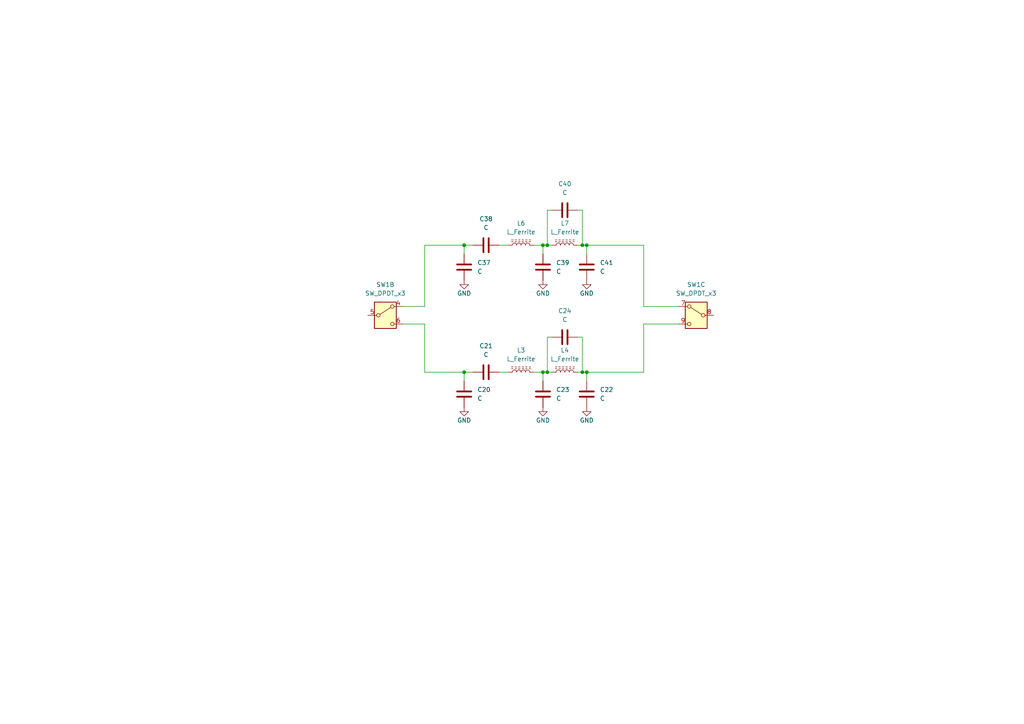
<source format=kicad_sch>
(kicad_sch
	(version 20231120)
	(generator "eeschema")
	(generator_version "8.0")
	(uuid "55cf15d3-4c48-4d0b-bc9d-ff6d9413325c")
	(paper "A4")
	(lib_symbols
		(symbol "Device:C"
			(pin_numbers hide)
			(pin_names
				(offset 0.254)
			)
			(exclude_from_sim no)
			(in_bom yes)
			(on_board yes)
			(property "Reference" "C"
				(at 0.635 2.54 0)
				(effects
					(font
						(size 1.27 1.27)
					)
					(justify left)
				)
			)
			(property "Value" "C"
				(at 0.635 -2.54 0)
				(effects
					(font
						(size 1.27 1.27)
					)
					(justify left)
				)
			)
			(property "Footprint" ""
				(at 0.9652 -3.81 0)
				(effects
					(font
						(size 1.27 1.27)
					)
					(hide yes)
				)
			)
			(property "Datasheet" "~"
				(at 0 0 0)
				(effects
					(font
						(size 1.27 1.27)
					)
					(hide yes)
				)
			)
			(property "Description" "Unpolarized capacitor"
				(at 0 0 0)
				(effects
					(font
						(size 1.27 1.27)
					)
					(hide yes)
				)
			)
			(property "ki_keywords" "cap capacitor"
				(at 0 0 0)
				(effects
					(font
						(size 1.27 1.27)
					)
					(hide yes)
				)
			)
			(property "ki_fp_filters" "C_*"
				(at 0 0 0)
				(effects
					(font
						(size 1.27 1.27)
					)
					(hide yes)
				)
			)
			(symbol "C_0_1"
				(polyline
					(pts
						(xy -2.032 -0.762) (xy 2.032 -0.762)
					)
					(stroke
						(width 0.508)
						(type default)
					)
					(fill
						(type none)
					)
				)
				(polyline
					(pts
						(xy -2.032 0.762) (xy 2.032 0.762)
					)
					(stroke
						(width 0.508)
						(type default)
					)
					(fill
						(type none)
					)
				)
			)
			(symbol "C_1_1"
				(pin passive line
					(at 0 3.81 270)
					(length 2.794)
					(name "~"
						(effects
							(font
								(size 1.27 1.27)
							)
						)
					)
					(number "1"
						(effects
							(font
								(size 1.27 1.27)
							)
						)
					)
				)
				(pin passive line
					(at 0 -3.81 90)
					(length 2.794)
					(name "~"
						(effects
							(font
								(size 1.27 1.27)
							)
						)
					)
					(number "2"
						(effects
							(font
								(size 1.27 1.27)
							)
						)
					)
				)
			)
		)
		(symbol "Device:L_Ferrite"
			(pin_numbers hide)
			(pin_names
				(offset 1.016) hide)
			(exclude_from_sim no)
			(in_bom yes)
			(on_board yes)
			(property "Reference" "L"
				(at -1.27 0 90)
				(effects
					(font
						(size 1.27 1.27)
					)
				)
			)
			(property "Value" "L_Ferrite"
				(at 2.794 0 90)
				(effects
					(font
						(size 1.27 1.27)
					)
				)
			)
			(property "Footprint" ""
				(at 0 0 0)
				(effects
					(font
						(size 1.27 1.27)
					)
					(hide yes)
				)
			)
			(property "Datasheet" "~"
				(at 0 0 0)
				(effects
					(font
						(size 1.27 1.27)
					)
					(hide yes)
				)
			)
			(property "Description" "Inductor with ferrite core"
				(at 0 0 0)
				(effects
					(font
						(size 1.27 1.27)
					)
					(hide yes)
				)
			)
			(property "ki_keywords" "inductor choke coil reactor magnetic"
				(at 0 0 0)
				(effects
					(font
						(size 1.27 1.27)
					)
					(hide yes)
				)
			)
			(property "ki_fp_filters" "Choke_* *Coil* Inductor_* L_*"
				(at 0 0 0)
				(effects
					(font
						(size 1.27 1.27)
					)
					(hide yes)
				)
			)
			(symbol "L_Ferrite_0_1"
				(arc
					(start 0 -2.54)
					(mid 0.6323 -1.905)
					(end 0 -1.27)
					(stroke
						(width 0)
						(type default)
					)
					(fill
						(type none)
					)
				)
				(arc
					(start 0 -1.27)
					(mid 0.6323 -0.635)
					(end 0 0)
					(stroke
						(width 0)
						(type default)
					)
					(fill
						(type none)
					)
				)
				(polyline
					(pts
						(xy 1.016 -2.794) (xy 1.016 -2.286)
					)
					(stroke
						(width 0)
						(type default)
					)
					(fill
						(type none)
					)
				)
				(polyline
					(pts
						(xy 1.016 -1.778) (xy 1.016 -1.27)
					)
					(stroke
						(width 0)
						(type default)
					)
					(fill
						(type none)
					)
				)
				(polyline
					(pts
						(xy 1.016 -0.762) (xy 1.016 -0.254)
					)
					(stroke
						(width 0)
						(type default)
					)
					(fill
						(type none)
					)
				)
				(polyline
					(pts
						(xy 1.016 0.254) (xy 1.016 0.762)
					)
					(stroke
						(width 0)
						(type default)
					)
					(fill
						(type none)
					)
				)
				(polyline
					(pts
						(xy 1.016 1.27) (xy 1.016 1.778)
					)
					(stroke
						(width 0)
						(type default)
					)
					(fill
						(type none)
					)
				)
				(polyline
					(pts
						(xy 1.016 2.286) (xy 1.016 2.794)
					)
					(stroke
						(width 0)
						(type default)
					)
					(fill
						(type none)
					)
				)
				(polyline
					(pts
						(xy 1.524 -2.286) (xy 1.524 -2.794)
					)
					(stroke
						(width 0)
						(type default)
					)
					(fill
						(type none)
					)
				)
				(polyline
					(pts
						(xy 1.524 -1.27) (xy 1.524 -1.778)
					)
					(stroke
						(width 0)
						(type default)
					)
					(fill
						(type none)
					)
				)
				(polyline
					(pts
						(xy 1.524 -0.254) (xy 1.524 -0.762)
					)
					(stroke
						(width 0)
						(type default)
					)
					(fill
						(type none)
					)
				)
				(polyline
					(pts
						(xy 1.524 0.762) (xy 1.524 0.254)
					)
					(stroke
						(width 0)
						(type default)
					)
					(fill
						(type none)
					)
				)
				(polyline
					(pts
						(xy 1.524 1.778) (xy 1.524 1.27)
					)
					(stroke
						(width 0)
						(type default)
					)
					(fill
						(type none)
					)
				)
				(polyline
					(pts
						(xy 1.524 2.794) (xy 1.524 2.286)
					)
					(stroke
						(width 0)
						(type default)
					)
					(fill
						(type none)
					)
				)
				(arc
					(start 0 0)
					(mid 0.6323 0.635)
					(end 0 1.27)
					(stroke
						(width 0)
						(type default)
					)
					(fill
						(type none)
					)
				)
				(arc
					(start 0 1.27)
					(mid 0.6323 1.905)
					(end 0 2.54)
					(stroke
						(width 0)
						(type default)
					)
					(fill
						(type none)
					)
				)
			)
			(symbol "L_Ferrite_1_1"
				(pin passive line
					(at 0 3.81 270)
					(length 1.27)
					(name "1"
						(effects
							(font
								(size 1.27 1.27)
							)
						)
					)
					(number "1"
						(effects
							(font
								(size 1.27 1.27)
							)
						)
					)
				)
				(pin passive line
					(at 0 -3.81 90)
					(length 1.27)
					(name "2"
						(effects
							(font
								(size 1.27 1.27)
							)
						)
					)
					(number "2"
						(effects
							(font
								(size 1.27 1.27)
							)
						)
					)
				)
			)
		)
		(symbol "power:GND"
			(power)
			(pin_numbers hide)
			(pin_names
				(offset 0) hide)
			(exclude_from_sim no)
			(in_bom yes)
			(on_board yes)
			(property "Reference" "#PWR"
				(at 0 -6.35 0)
				(effects
					(font
						(size 1.27 1.27)
					)
					(hide yes)
				)
			)
			(property "Value" "GND"
				(at 0 -3.81 0)
				(effects
					(font
						(size 1.27 1.27)
					)
				)
			)
			(property "Footprint" ""
				(at 0 0 0)
				(effects
					(font
						(size 1.27 1.27)
					)
					(hide yes)
				)
			)
			(property "Datasheet" ""
				(at 0 0 0)
				(effects
					(font
						(size 1.27 1.27)
					)
					(hide yes)
				)
			)
			(property "Description" "Power symbol creates a global label with name \"GND\" , ground"
				(at 0 0 0)
				(effects
					(font
						(size 1.27 1.27)
					)
					(hide yes)
				)
			)
			(property "ki_keywords" "global power"
				(at 0 0 0)
				(effects
					(font
						(size 1.27 1.27)
					)
					(hide yes)
				)
			)
			(symbol "GND_0_1"
				(polyline
					(pts
						(xy 0 0) (xy 0 -1.27) (xy 1.27 -1.27) (xy 0 -2.54) (xy -1.27 -1.27) (xy 0 -1.27)
					)
					(stroke
						(width 0)
						(type default)
					)
					(fill
						(type none)
					)
				)
			)
			(symbol "GND_1_1"
				(pin power_in line
					(at 0 0 270)
					(length 0)
					(name "~"
						(effects
							(font
								(size 1.27 1.27)
							)
						)
					)
					(number "1"
						(effects
							(font
								(size 1.27 1.27)
							)
						)
					)
				)
			)
		)
		(symbol "summit_scourer:SW_DPDT_x3"
			(pin_names
				(offset 0) hide)
			(exclude_from_sim no)
			(in_bom yes)
			(on_board yes)
			(property "Reference" "SW"
				(at 0 5.08 0)
				(effects
					(font
						(size 1.27 1.27)
					)
				)
			)
			(property "Value" "SW_DPDT_x3"
				(at 0 -5.08 0)
				(effects
					(font
						(size 1.27 1.27)
					)
				)
			)
			(property "Footprint" ""
				(at 0 0 0)
				(effects
					(font
						(size 1.27 1.27)
					)
					(hide yes)
				)
			)
			(property "Datasheet" "~"
				(at 0 0 0)
				(effects
					(font
						(size 1.27 1.27)
					)
					(hide yes)
				)
			)
			(property "Description" "Switch, dual pole double throw, separate symbols"
				(at 0 0 0)
				(effects
					(font
						(size 1.27 1.27)
					)
					(hide yes)
				)
			)
			(property "ki_keywords" "switch dual-pole double-throw DPDT spdt ON-ON"
				(at 0 0 0)
				(effects
					(font
						(size 1.27 1.27)
					)
					(hide yes)
				)
			)
			(property "ki_fp_filters" "SW*DPDT*"
				(at 0 0 0)
				(effects
					(font
						(size 1.27 1.27)
					)
					(hide yes)
				)
			)
			(symbol "SW_DPDT_x3_0_0"
				(circle
					(center -2.032 0)
					(radius 0.508)
					(stroke
						(width 0)
						(type default)
					)
					(fill
						(type none)
					)
				)
				(circle
					(center 2.032 -2.54)
					(radius 0.508)
					(stroke
						(width 0)
						(type default)
					)
					(fill
						(type none)
					)
				)
			)
			(symbol "SW_DPDT_x3_0_1"
				(rectangle
					(start -3.175 3.81)
					(end 3.175 -3.81)
					(stroke
						(width 0.254)
						(type default)
					)
					(fill
						(type background)
					)
				)
				(polyline
					(pts
						(xy -1.524 0.254) (xy 1.5748 2.286)
					)
					(stroke
						(width 0)
						(type default)
					)
					(fill
						(type none)
					)
				)
				(circle
					(center 2.032 2.54)
					(radius 0.508)
					(stroke
						(width 0)
						(type default)
					)
					(fill
						(type none)
					)
				)
			)
			(symbol "SW_DPDT_x3_1_1"
				(pin passive line
					(at 5.08 2.54 180)
					(length 2.54)
					(name "A"
						(effects
							(font
								(size 1.27 1.27)
							)
						)
					)
					(number "1"
						(effects
							(font
								(size 1.27 1.27)
							)
						)
					)
				)
				(pin passive line
					(at -5.08 0 0)
					(length 2.54)
					(name "B"
						(effects
							(font
								(size 1.27 1.27)
							)
						)
					)
					(number "2"
						(effects
							(font
								(size 1.27 1.27)
							)
						)
					)
				)
				(pin passive line
					(at 5.08 -2.54 180)
					(length 2.54)
					(name "C"
						(effects
							(font
								(size 1.27 1.27)
							)
						)
					)
					(number "3"
						(effects
							(font
								(size 1.27 1.27)
							)
						)
					)
				)
			)
			(symbol "SW_DPDT_x3_2_1"
				(pin passive line
					(at 5.08 2.54 180)
					(length 2.54)
					(name "A"
						(effects
							(font
								(size 1.27 1.27)
							)
						)
					)
					(number "4"
						(effects
							(font
								(size 1.27 1.27)
							)
						)
					)
				)
				(pin passive line
					(at -5.08 0 0)
					(length 2.54)
					(name "B"
						(effects
							(font
								(size 1.27 1.27)
							)
						)
					)
					(number "5"
						(effects
							(font
								(size 1.27 1.27)
							)
						)
					)
				)
				(pin passive line
					(at 5.08 -2.54 180)
					(length 2.54)
					(name "C"
						(effects
							(font
								(size 1.27 1.27)
							)
						)
					)
					(number "6"
						(effects
							(font
								(size 1.27 1.27)
							)
						)
					)
				)
			)
			(symbol "SW_DPDT_x3_3_1"
				(pin passive line
					(at 5.08 2.54 180)
					(length 2.54)
					(name "A"
						(effects
							(font
								(size 1.27 1.27)
							)
						)
					)
					(number "7"
						(effects
							(font
								(size 1.27 1.27)
							)
						)
					)
				)
				(pin passive line
					(at -5.08 0 0)
					(length 2.54)
					(name "B"
						(effects
							(font
								(size 1.27 1.27)
							)
						)
					)
					(number "8"
						(effects
							(font
								(size 1.27 1.27)
							)
						)
					)
				)
				(pin passive line
					(at 5.08 -2.54 180)
					(length 2.54)
					(name "C"
						(effects
							(font
								(size 1.27 1.27)
							)
						)
					)
					(number "9"
						(effects
							(font
								(size 1.27 1.27)
							)
						)
					)
				)
			)
		)
	)
	(junction
		(at 168.91 71.12)
		(diameter 0)
		(color 0 0 0 0)
		(uuid "444f1514-43ae-44a6-b2e4-2537c25ebe16")
	)
	(junction
		(at 170.18 71.12)
		(diameter 0)
		(color 0 0 0 0)
		(uuid "4a0810a5-31a3-44b2-87de-d3ebdec3a0d4")
	)
	(junction
		(at 134.62 71.12)
		(diameter 0)
		(color 0 0 0 0)
		(uuid "737b2e0b-0e28-4389-8915-85a81a2ed976")
	)
	(junction
		(at 157.48 107.95)
		(diameter 0)
		(color 0 0 0 0)
		(uuid "76e029d3-c2c1-4f4a-b7c3-e0ec3edd0c46")
	)
	(junction
		(at 170.18 107.95)
		(diameter 0)
		(color 0 0 0 0)
		(uuid "7ac3764e-ab9d-4243-a36d-f952c3d3a609")
	)
	(junction
		(at 157.48 71.12)
		(diameter 0)
		(color 0 0 0 0)
		(uuid "93f2a853-812c-4614-b977-ac160bef4a75")
	)
	(junction
		(at 134.62 107.95)
		(diameter 0)
		(color 0 0 0 0)
		(uuid "9b52fb2a-907d-4b31-a186-90ba68ee6820")
	)
	(junction
		(at 158.75 71.12)
		(diameter 0)
		(color 0 0 0 0)
		(uuid "b8068751-6127-4333-983f-8f3cdb30b7db")
	)
	(junction
		(at 168.91 107.95)
		(diameter 0)
		(color 0 0 0 0)
		(uuid "c2ecb490-c49b-41a3-8546-050bacaa29ff")
	)
	(junction
		(at 158.75 107.95)
		(diameter 0)
		(color 0 0 0 0)
		(uuid "ee233d2e-8498-40b9-9c4e-253cb34e3126")
	)
	(wire
		(pts
			(xy 157.48 71.12) (xy 158.75 71.12)
		)
		(stroke
			(width 0)
			(type default)
		)
		(uuid "032e9224-5db8-45e1-9500-862619fd36c8")
	)
	(wire
		(pts
			(xy 170.18 107.95) (xy 170.18 110.49)
		)
		(stroke
			(width 0)
			(type default)
		)
		(uuid "05b11806-dd1e-4334-b5af-9778a02022af")
	)
	(wire
		(pts
			(xy 116.84 93.98) (xy 123.19 93.98)
		)
		(stroke
			(width 0)
			(type default)
		)
		(uuid "0bf204df-5e69-414b-aa08-0e2b1b6fb7c9")
	)
	(wire
		(pts
			(xy 144.78 107.95) (xy 147.32 107.95)
		)
		(stroke
			(width 0)
			(type default)
		)
		(uuid "142b0f14-afe7-4f0b-99e0-f26d5e4502a5")
	)
	(wire
		(pts
			(xy 134.62 107.95) (xy 134.62 110.49)
		)
		(stroke
			(width 0)
			(type default)
		)
		(uuid "15cf4094-26b9-4f50-b623-cdeec067e810")
	)
	(wire
		(pts
			(xy 170.18 71.12) (xy 170.18 73.66)
		)
		(stroke
			(width 0)
			(type default)
		)
		(uuid "1eb4524a-e210-49d4-9b91-cf81fade86b8")
	)
	(wire
		(pts
			(xy 158.75 107.95) (xy 160.02 107.95)
		)
		(stroke
			(width 0)
			(type default)
		)
		(uuid "247890c7-7d0b-4db0-9647-999c8f858ac4")
	)
	(wire
		(pts
			(xy 170.18 71.12) (xy 186.69 71.12)
		)
		(stroke
			(width 0)
			(type default)
		)
		(uuid "25b69e8c-e1ff-4ee5-a706-55926c9549c8")
	)
	(wire
		(pts
			(xy 137.16 107.95) (xy 134.62 107.95)
		)
		(stroke
			(width 0)
			(type default)
		)
		(uuid "3c70fca2-96d7-4b3b-a80f-5c441273817c")
	)
	(wire
		(pts
			(xy 186.69 93.98) (xy 186.69 107.95)
		)
		(stroke
			(width 0)
			(type default)
		)
		(uuid "427f9b1c-3eeb-4353-bdb7-cd9bc7d94373")
	)
	(wire
		(pts
			(xy 157.48 107.95) (xy 158.75 107.95)
		)
		(stroke
			(width 0)
			(type default)
		)
		(uuid "47c11e80-5602-4135-b78f-877f1355ae89")
	)
	(wire
		(pts
			(xy 160.02 97.79) (xy 158.75 97.79)
		)
		(stroke
			(width 0)
			(type default)
		)
		(uuid "4b647eb3-e139-4663-891c-eca488f1bebe")
	)
	(wire
		(pts
			(xy 123.19 93.98) (xy 123.19 107.95)
		)
		(stroke
			(width 0)
			(type default)
		)
		(uuid "59cb2a2a-5498-4851-9335-0d13297a4280")
	)
	(wire
		(pts
			(xy 168.91 107.95) (xy 170.18 107.95)
		)
		(stroke
			(width 0)
			(type default)
		)
		(uuid "5b51cc8d-dfc3-4504-be81-3b5ed8794076")
	)
	(wire
		(pts
			(xy 134.62 71.12) (xy 134.62 73.66)
		)
		(stroke
			(width 0)
			(type default)
		)
		(uuid "60a77d23-43d5-471c-ba66-e43124dd1836")
	)
	(wire
		(pts
			(xy 116.84 88.9) (xy 123.19 88.9)
		)
		(stroke
			(width 0)
			(type default)
		)
		(uuid "612081c6-31e6-472d-a9c2-dc18902042d7")
	)
	(wire
		(pts
			(xy 167.64 97.79) (xy 168.91 97.79)
		)
		(stroke
			(width 0)
			(type default)
		)
		(uuid "67745a92-fca6-4794-8dc7-68c70304ce5b")
	)
	(wire
		(pts
			(xy 196.85 93.98) (xy 186.69 93.98)
		)
		(stroke
			(width 0)
			(type default)
		)
		(uuid "68328e86-da13-4217-8677-26f1fb961129")
	)
	(wire
		(pts
			(xy 167.64 107.95) (xy 168.91 107.95)
		)
		(stroke
			(width 0)
			(type default)
		)
		(uuid "68fdd110-7510-4434-a887-9082d179a18d")
	)
	(wire
		(pts
			(xy 196.85 88.9) (xy 186.69 88.9)
		)
		(stroke
			(width 0)
			(type default)
		)
		(uuid "6d27068b-bf44-45bb-a761-a265ad8f4912")
	)
	(wire
		(pts
			(xy 154.94 71.12) (xy 157.48 71.12)
		)
		(stroke
			(width 0)
			(type default)
		)
		(uuid "800c07da-1e9a-4eac-b100-22c0e95b1ca1")
	)
	(wire
		(pts
			(xy 123.19 88.9) (xy 123.19 71.12)
		)
		(stroke
			(width 0)
			(type default)
		)
		(uuid "83e9555d-978c-4eeb-b00b-c8efb1e06775")
	)
	(wire
		(pts
			(xy 154.94 107.95) (xy 157.48 107.95)
		)
		(stroke
			(width 0)
			(type default)
		)
		(uuid "881aed79-409d-42c6-9cfc-272bf1d6b242")
	)
	(wire
		(pts
			(xy 123.19 107.95) (xy 134.62 107.95)
		)
		(stroke
			(width 0)
			(type default)
		)
		(uuid "92b8f10c-b22b-4379-8dd5-a0b6d0c391a2")
	)
	(wire
		(pts
			(xy 158.75 97.79) (xy 158.75 107.95)
		)
		(stroke
			(width 0)
			(type default)
		)
		(uuid "a00b0d0d-14a7-45c3-a95a-d8ea42f2e939")
	)
	(wire
		(pts
			(xy 168.91 97.79) (xy 168.91 107.95)
		)
		(stroke
			(width 0)
			(type default)
		)
		(uuid "aed56eea-39bb-4801-be80-13ff380a9ff9")
	)
	(wire
		(pts
			(xy 137.16 71.12) (xy 134.62 71.12)
		)
		(stroke
			(width 0)
			(type default)
		)
		(uuid "c0e0d105-4f17-4b68-a6f5-dbc7f7b2793c")
	)
	(wire
		(pts
			(xy 167.64 71.12) (xy 168.91 71.12)
		)
		(stroke
			(width 0)
			(type default)
		)
		(uuid "c6ecf177-bf78-4429-87a1-3bf8f7519f0b")
	)
	(wire
		(pts
			(xy 168.91 71.12) (xy 170.18 71.12)
		)
		(stroke
			(width 0)
			(type default)
		)
		(uuid "c7d72530-cc03-4ff1-9d37-2699682dd1d2")
	)
	(wire
		(pts
			(xy 157.48 71.12) (xy 157.48 73.66)
		)
		(stroke
			(width 0)
			(type default)
		)
		(uuid "c8b537fa-e792-4bae-9fb4-1b77953388f8")
	)
	(wire
		(pts
			(xy 170.18 107.95) (xy 186.69 107.95)
		)
		(stroke
			(width 0)
			(type default)
		)
		(uuid "db3c7565-9f2e-443d-8376-6af6662db42d")
	)
	(wire
		(pts
			(xy 157.48 107.95) (xy 157.48 110.49)
		)
		(stroke
			(width 0)
			(type default)
		)
		(uuid "dc1a4fa5-c165-4a17-91c5-ba31d826dca7")
	)
	(wire
		(pts
			(xy 167.64 60.96) (xy 168.91 60.96)
		)
		(stroke
			(width 0)
			(type default)
		)
		(uuid "e1f03634-db74-477c-9f50-6b589197d889")
	)
	(wire
		(pts
			(xy 134.62 71.12) (xy 123.19 71.12)
		)
		(stroke
			(width 0)
			(type default)
		)
		(uuid "edce918d-46e2-445c-ae17-aca3b36da95c")
	)
	(wire
		(pts
			(xy 144.78 71.12) (xy 147.32 71.12)
		)
		(stroke
			(width 0)
			(type default)
		)
		(uuid "f2ccf59a-a880-4fc3-96e0-a784a9087d97")
	)
	(wire
		(pts
			(xy 168.91 60.96) (xy 168.91 71.12)
		)
		(stroke
			(width 0)
			(type default)
		)
		(uuid "f402a4df-8052-47cd-9b28-55dfa730cd5b")
	)
	(wire
		(pts
			(xy 158.75 60.96) (xy 158.75 71.12)
		)
		(stroke
			(width 0)
			(type default)
		)
		(uuid "f5c1b59f-a86e-4c10-a636-5b4b5d6137d9")
	)
	(wire
		(pts
			(xy 186.69 88.9) (xy 186.69 71.12)
		)
		(stroke
			(width 0)
			(type default)
		)
		(uuid "f9149889-e9bf-40ab-b959-0135961c1d2d")
	)
	(wire
		(pts
			(xy 160.02 60.96) (xy 158.75 60.96)
		)
		(stroke
			(width 0)
			(type default)
		)
		(uuid "fca2e617-b00f-4f8e-9803-83e112ea1d09")
	)
	(wire
		(pts
			(xy 158.75 71.12) (xy 160.02 71.12)
		)
		(stroke
			(width 0)
			(type default)
		)
		(uuid "fcf62ce2-b09f-499d-aea6-b62ead5a7a9d")
	)
	(symbol
		(lib_id "Device:C")
		(at 157.48 77.47 180)
		(unit 1)
		(exclude_from_sim no)
		(in_bom yes)
		(on_board yes)
		(dnp no)
		(fields_autoplaced yes)
		(uuid "03b5abfa-e43c-4413-a512-19fe1b243804")
		(property "Reference" "C39"
			(at 161.29 76.1999 0)
			(effects
				(font
					(size 1.27 1.27)
				)
				(justify right)
			)
		)
		(property "Value" "C"
			(at 161.29 78.7399 0)
			(effects
				(font
					(size 1.27 1.27)
				)
				(justify right)
			)
		)
		(property "Footprint" ""
			(at 156.5148 73.66 0)
			(effects
				(font
					(size 1.27 1.27)
				)
				(hide yes)
			)
		)
		(property "Datasheet" "~"
			(at 157.48 77.47 0)
			(effects
				(font
					(size 1.27 1.27)
				)
				(hide yes)
			)
		)
		(property "Description" "Unpolarized capacitor"
			(at 157.48 77.47 0)
			(effects
				(font
					(size 1.27 1.27)
				)
				(hide yes)
			)
		)
		(pin "2"
			(uuid "512479a5-a233-4261-b49e-94a3ee664b9d")
		)
		(pin "1"
			(uuid "7944a058-a6a8-4598-8c89-0f6c3d2338bd")
		)
		(instances
			(project "summit_scourer"
				(path "/97fa5a9e-fea2-40ae-976c-23c41ffbf522/81fae784-0a44-4eb8-b71c-82dc4dd62ff5"
					(reference "C39")
					(unit 1)
				)
			)
		)
	)
	(symbol
		(lib_id "Device:L_Ferrite")
		(at 151.13 71.12 90)
		(unit 1)
		(exclude_from_sim no)
		(in_bom yes)
		(on_board yes)
		(dnp no)
		(fields_autoplaced yes)
		(uuid "0650c53f-af08-4d29-9e6c-f7154ce18ba3")
		(property "Reference" "L6"
			(at 151.13 64.77 90)
			(effects
				(font
					(size 1.27 1.27)
				)
			)
		)
		(property "Value" "L_Ferrite"
			(at 151.13 67.31 90)
			(effects
				(font
					(size 1.27 1.27)
				)
			)
		)
		(property "Footprint" "Inductor_THT:L_Toroid_Vertical_L10.0mm_W5.0mm_P5.08mm"
			(at 151.13 71.12 0)
			(effects
				(font
					(size 1.27 1.27)
				)
				(hide yes)
			)
		)
		(property "Datasheet" "~"
			(at 151.13 71.12 0)
			(effects
				(font
					(size 1.27 1.27)
				)
				(hide yes)
			)
		)
		(property "Description" "Inductor with ferrite core"
			(at 151.13 71.12 0)
			(effects
				(font
					(size 1.27 1.27)
				)
				(hide yes)
			)
		)
		(pin "1"
			(uuid "62c6f82f-5d09-4ae4-9c9f-8bd9b96e64a1")
		)
		(pin "2"
			(uuid "2613396d-99ce-43ed-a159-b284aba61938")
		)
		(instances
			(project "summit_scourer"
				(path "/97fa5a9e-fea2-40ae-976c-23c41ffbf522/81fae784-0a44-4eb8-b71c-82dc4dd62ff5"
					(reference "L6")
					(unit 1)
				)
			)
		)
	)
	(symbol
		(lib_id "summit_scourer:SW_DPDT_x3")
		(at 201.93 91.44 0)
		(mirror y)
		(unit 3)
		(exclude_from_sim no)
		(in_bom yes)
		(on_board yes)
		(dnp no)
		(uuid "0cfd1de1-bcaa-4047-b38a-e9b9e2dbcede")
		(property "Reference" "SW1"
			(at 201.93 82.55 0)
			(effects
				(font
					(size 1.27 1.27)
				)
			)
		)
		(property "Value" "SW_DPDT_x3"
			(at 201.93 85.09 0)
			(effects
				(font
					(size 1.27 1.27)
				)
			)
		)
		(property "Footprint" ""
			(at 201.93 91.44 0)
			(effects
				(font
					(size 1.27 1.27)
				)
				(hide yes)
			)
		)
		(property "Datasheet" "~"
			(at 201.93 91.44 0)
			(effects
				(font
					(size 1.27 1.27)
				)
				(hide yes)
			)
		)
		(property "Description" "Switch, dual pole double throw, separate symbols"
			(at 201.93 91.44 0)
			(effects
				(font
					(size 1.27 1.27)
				)
				(hide yes)
			)
		)
		(pin "9"
			(uuid "9e2d1bcd-5605-4286-8251-89dacbb7d2cb")
		)
		(pin "3"
			(uuid "f4db86d8-3229-4aa5-a3e3-6e46764979c9")
		)
		(pin "4"
			(uuid "13eefe2b-aee7-4a56-ae48-04c76031a90b")
		)
		(pin "5"
			(uuid "ddf087fe-ced5-45c6-8b5c-477bbd0a5188")
		)
		(pin "2"
			(uuid "063a71c8-f9bb-4b50-be6a-11ce09f02dab")
		)
		(pin "6"
			(uuid "cf50281c-be37-4ab9-b800-64b7b26894c4")
		)
		(pin "7"
			(uuid "2bbe6a2a-e56b-474a-a9d1-d8824b10471a")
		)
		(pin "1"
			(uuid "d6e5dafa-b33a-41b8-b82b-c043de8e20c1")
		)
		(pin "8"
			(uuid "0956ac97-59e8-4838-99f8-2cf4906b8c54")
		)
		(instances
			(project "summit_scourer"
				(path "/97fa5a9e-fea2-40ae-976c-23c41ffbf522/81fae784-0a44-4eb8-b71c-82dc4dd62ff5"
					(reference "SW1")
					(unit 3)
				)
			)
		)
	)
	(symbol
		(lib_id "power:GND")
		(at 157.48 81.28 0)
		(unit 1)
		(exclude_from_sim no)
		(in_bom yes)
		(on_board yes)
		(dnp no)
		(uuid "35726e7b-f0ff-41aa-b4f1-cd7d369e76c7")
		(property "Reference" "#PWR057"
			(at 157.48 87.63 0)
			(effects
				(font
					(size 1.27 1.27)
				)
				(hide yes)
			)
		)
		(property "Value" "GND"
			(at 157.48 85.09 0)
			(effects
				(font
					(size 1.27 1.27)
				)
			)
		)
		(property "Footprint" ""
			(at 157.48 81.28 0)
			(effects
				(font
					(size 1.27 1.27)
				)
				(hide yes)
			)
		)
		(property "Datasheet" ""
			(at 157.48 81.28 0)
			(effects
				(font
					(size 1.27 1.27)
				)
				(hide yes)
			)
		)
		(property "Description" "Power symbol creates a global label with name \"GND\" , ground"
			(at 157.48 81.28 0)
			(effects
				(font
					(size 1.27 1.27)
				)
				(hide yes)
			)
		)
		(pin "1"
			(uuid "88c16706-a5b2-4fd1-a522-2d6daead61c6")
		)
		(instances
			(project "summit_scourer"
				(path "/97fa5a9e-fea2-40ae-976c-23c41ffbf522/81fae784-0a44-4eb8-b71c-82dc4dd62ff5"
					(reference "#PWR057")
					(unit 1)
				)
			)
		)
	)
	(symbol
		(lib_id "summit_scourer:SW_DPDT_x3")
		(at 111.76 91.44 0)
		(unit 2)
		(exclude_from_sim no)
		(in_bom yes)
		(on_board yes)
		(dnp no)
		(fields_autoplaced yes)
		(uuid "3d8c126f-bce4-45a6-999b-231a413c2524")
		(property "Reference" "SW1"
			(at 111.76 82.55 0)
			(effects
				(font
					(size 1.27 1.27)
				)
			)
		)
		(property "Value" "SW_DPDT_x3"
			(at 111.76 85.09 0)
			(effects
				(font
					(size 1.27 1.27)
				)
			)
		)
		(property "Footprint" ""
			(at 111.76 91.44 0)
			(effects
				(font
					(size 1.27 1.27)
				)
				(hide yes)
			)
		)
		(property "Datasheet" "~"
			(at 111.76 91.44 0)
			(effects
				(font
					(size 1.27 1.27)
				)
				(hide yes)
			)
		)
		(property "Description" "Switch, dual pole double throw, separate symbols"
			(at 111.76 91.44 0)
			(effects
				(font
					(size 1.27 1.27)
				)
				(hide yes)
			)
		)
		(pin "9"
			(uuid "71e190de-5a53-4916-b5cd-8cc6b3299a90")
		)
		(pin "3"
			(uuid "f4db86d8-3229-4aa5-a3e3-6e46764979ca")
		)
		(pin "4"
			(uuid "5d4a31bf-a3b6-4fed-9652-19811f259d36")
		)
		(pin "5"
			(uuid "4c71e69e-4ee3-469d-b40c-c76c6b811527")
		)
		(pin "2"
			(uuid "063a71c8-f9bb-4b50-be6a-11ce09f02dac")
		)
		(pin "6"
			(uuid "d128674d-75c0-4cc4-8267-1aaf9c121670")
		)
		(pin "7"
			(uuid "2364c4e1-a545-4ddb-a651-933a38409356")
		)
		(pin "1"
			(uuid "d6e5dafa-b33a-41b8-b82b-c043de8e20c2")
		)
		(pin "8"
			(uuid "7d1350cd-93db-44f2-a85a-f5f29e596b91")
		)
		(instances
			(project "summit_scourer"
				(path "/97fa5a9e-fea2-40ae-976c-23c41ffbf522/81fae784-0a44-4eb8-b71c-82dc4dd62ff5"
					(reference "SW1")
					(unit 2)
				)
			)
		)
	)
	(symbol
		(lib_id "Device:C")
		(at 134.62 114.3 0)
		(unit 1)
		(exclude_from_sim no)
		(in_bom yes)
		(on_board yes)
		(dnp no)
		(fields_autoplaced yes)
		(uuid "523d4abe-2d09-4645-87c2-2c6dd7d062a0")
		(property "Reference" "C20"
			(at 138.43 113.0299 0)
			(effects
				(font
					(size 1.27 1.27)
				)
				(justify left)
			)
		)
		(property "Value" "C"
			(at 138.43 115.5699 0)
			(effects
				(font
					(size 1.27 1.27)
				)
				(justify left)
			)
		)
		(property "Footprint" ""
			(at 135.5852 118.11 0)
			(effects
				(font
					(size 1.27 1.27)
				)
				(hide yes)
			)
		)
		(property "Datasheet" "~"
			(at 134.62 114.3 0)
			(effects
				(font
					(size 1.27 1.27)
				)
				(hide yes)
			)
		)
		(property "Description" "Unpolarized capacitor"
			(at 134.62 114.3 0)
			(effects
				(font
					(size 1.27 1.27)
				)
				(hide yes)
			)
		)
		(pin "2"
			(uuid "a9b531e3-c582-4b58-8a2f-aea7c69a0e56")
		)
		(pin "1"
			(uuid "ba7180c0-a3a7-467c-a125-4e5972fc8c20")
		)
		(instances
			(project ""
				(path "/97fa5a9e-fea2-40ae-976c-23c41ffbf522/81fae784-0a44-4eb8-b71c-82dc4dd62ff5"
					(reference "C20")
					(unit 1)
				)
			)
		)
	)
	(symbol
		(lib_id "Device:C")
		(at 163.83 97.79 90)
		(unit 1)
		(exclude_from_sim no)
		(in_bom yes)
		(on_board yes)
		(dnp no)
		(fields_autoplaced yes)
		(uuid "5f266b52-91d1-40c5-b15d-ea6dc14582b0")
		(property "Reference" "C24"
			(at 163.83 90.17 90)
			(effects
				(font
					(size 1.27 1.27)
				)
			)
		)
		(property "Value" "C"
			(at 163.83 92.71 90)
			(effects
				(font
					(size 1.27 1.27)
				)
			)
		)
		(property "Footprint" ""
			(at 167.64 96.8248 0)
			(effects
				(font
					(size 1.27 1.27)
				)
				(hide yes)
			)
		)
		(property "Datasheet" "~"
			(at 163.83 97.79 0)
			(effects
				(font
					(size 1.27 1.27)
				)
				(hide yes)
			)
		)
		(property "Description" "Unpolarized capacitor"
			(at 163.83 97.79 0)
			(effects
				(font
					(size 1.27 1.27)
				)
				(hide yes)
			)
		)
		(pin "2"
			(uuid "9db6e721-18ee-4753-b580-caf9bdcaaa25")
		)
		(pin "1"
			(uuid "2d5e511e-d7be-46f8-b383-83b9b48681e5")
		)
		(instances
			(project "summit_scourer"
				(path "/97fa5a9e-fea2-40ae-976c-23c41ffbf522/81fae784-0a44-4eb8-b71c-82dc4dd62ff5"
					(reference "C24")
					(unit 1)
				)
			)
		)
	)
	(symbol
		(lib_id "power:GND")
		(at 170.18 81.28 0)
		(unit 1)
		(exclude_from_sim no)
		(in_bom yes)
		(on_board yes)
		(dnp no)
		(uuid "66cfa620-b441-41d7-8a7a-8b315e907233")
		(property "Reference" "#PWR058"
			(at 170.18 87.63 0)
			(effects
				(font
					(size 1.27 1.27)
				)
				(hide yes)
			)
		)
		(property "Value" "GND"
			(at 170.18 85.09 0)
			(effects
				(font
					(size 1.27 1.27)
				)
			)
		)
		(property "Footprint" ""
			(at 170.18 81.28 0)
			(effects
				(font
					(size 1.27 1.27)
				)
				(hide yes)
			)
		)
		(property "Datasheet" ""
			(at 170.18 81.28 0)
			(effects
				(font
					(size 1.27 1.27)
				)
				(hide yes)
			)
		)
		(property "Description" "Power symbol creates a global label with name \"GND\" , ground"
			(at 170.18 81.28 0)
			(effects
				(font
					(size 1.27 1.27)
				)
				(hide yes)
			)
		)
		(pin "1"
			(uuid "7c811a04-061b-4032-bcd5-2d81b09e4a65")
		)
		(instances
			(project "summit_scourer"
				(path "/97fa5a9e-fea2-40ae-976c-23c41ffbf522/81fae784-0a44-4eb8-b71c-82dc4dd62ff5"
					(reference "#PWR058")
					(unit 1)
				)
			)
		)
	)
	(symbol
		(lib_id "Device:C")
		(at 170.18 77.47 0)
		(unit 1)
		(exclude_from_sim no)
		(in_bom yes)
		(on_board yes)
		(dnp no)
		(fields_autoplaced yes)
		(uuid "6bf50163-3033-4c09-b26c-6ae03518c12f")
		(property "Reference" "C41"
			(at 173.99 76.1999 0)
			(effects
				(font
					(size 1.27 1.27)
				)
				(justify left)
			)
		)
		(property "Value" "C"
			(at 173.99 78.7399 0)
			(effects
				(font
					(size 1.27 1.27)
				)
				(justify left)
			)
		)
		(property "Footprint" ""
			(at 171.1452 81.28 0)
			(effects
				(font
					(size 1.27 1.27)
				)
				(hide yes)
			)
		)
		(property "Datasheet" "~"
			(at 170.18 77.47 0)
			(effects
				(font
					(size 1.27 1.27)
				)
				(hide yes)
			)
		)
		(property "Description" "Unpolarized capacitor"
			(at 170.18 77.47 0)
			(effects
				(font
					(size 1.27 1.27)
				)
				(hide yes)
			)
		)
		(pin "2"
			(uuid "fba198b5-3da9-4e9f-adb8-f334b3f21b65")
		)
		(pin "1"
			(uuid "f3758392-c0b0-4b63-8213-b34b167fa5b3")
		)
		(instances
			(project "summit_scourer"
				(path "/97fa5a9e-fea2-40ae-976c-23c41ffbf522/81fae784-0a44-4eb8-b71c-82dc4dd62ff5"
					(reference "C41")
					(unit 1)
				)
			)
		)
	)
	(symbol
		(lib_id "Device:C")
		(at 134.62 77.47 0)
		(unit 1)
		(exclude_from_sim no)
		(in_bom yes)
		(on_board yes)
		(dnp no)
		(fields_autoplaced yes)
		(uuid "7743da3c-9bca-4189-ba7f-ce41f53b7fc2")
		(property "Reference" "C37"
			(at 138.43 76.1999 0)
			(effects
				(font
					(size 1.27 1.27)
				)
				(justify left)
			)
		)
		(property "Value" "C"
			(at 138.43 78.7399 0)
			(effects
				(font
					(size 1.27 1.27)
				)
				(justify left)
			)
		)
		(property "Footprint" ""
			(at 135.5852 81.28 0)
			(effects
				(font
					(size 1.27 1.27)
				)
				(hide yes)
			)
		)
		(property "Datasheet" "~"
			(at 134.62 77.47 0)
			(effects
				(font
					(size 1.27 1.27)
				)
				(hide yes)
			)
		)
		(property "Description" "Unpolarized capacitor"
			(at 134.62 77.47 0)
			(effects
				(font
					(size 1.27 1.27)
				)
				(hide yes)
			)
		)
		(pin "2"
			(uuid "8c268520-ef18-43cf-8c58-6d7ef26ad023")
		)
		(pin "1"
			(uuid "c8cf600f-ea0b-4c6b-9724-82913ce7f696")
		)
		(instances
			(project "summit_scourer"
				(path "/97fa5a9e-fea2-40ae-976c-23c41ffbf522/81fae784-0a44-4eb8-b71c-82dc4dd62ff5"
					(reference "C37")
					(unit 1)
				)
			)
		)
	)
	(symbol
		(lib_id "Device:L_Ferrite")
		(at 163.83 71.12 90)
		(unit 1)
		(exclude_from_sim no)
		(in_bom yes)
		(on_board yes)
		(dnp no)
		(fields_autoplaced yes)
		(uuid "7a0b7dff-7808-40db-bbc8-b622eb2d5b88")
		(property "Reference" "L7"
			(at 163.83 64.77 90)
			(effects
				(font
					(size 1.27 1.27)
				)
			)
		)
		(property "Value" "L_Ferrite"
			(at 163.83 67.31 90)
			(effects
				(font
					(size 1.27 1.27)
				)
			)
		)
		(property "Footprint" "Inductor_THT:L_Toroid_Vertical_L10.0mm_W5.0mm_P5.08mm"
			(at 163.83 71.12 0)
			(effects
				(font
					(size 1.27 1.27)
				)
				(hide yes)
			)
		)
		(property "Datasheet" "~"
			(at 163.83 71.12 0)
			(effects
				(font
					(size 1.27 1.27)
				)
				(hide yes)
			)
		)
		(property "Description" "Inductor with ferrite core"
			(at 163.83 71.12 0)
			(effects
				(font
					(size 1.27 1.27)
				)
				(hide yes)
			)
		)
		(pin "1"
			(uuid "8dfa5e40-511c-4e13-be7a-5fe864415dd6")
		)
		(pin "2"
			(uuid "25bc3687-54ac-416b-bc6e-35705dc98e4b")
		)
		(instances
			(project "summit_scourer"
				(path "/97fa5a9e-fea2-40ae-976c-23c41ffbf522/81fae784-0a44-4eb8-b71c-82dc4dd62ff5"
					(reference "L7")
					(unit 1)
				)
			)
		)
	)
	(symbol
		(lib_id "power:GND")
		(at 170.18 118.11 0)
		(unit 1)
		(exclude_from_sim no)
		(in_bom yes)
		(on_board yes)
		(dnp no)
		(uuid "7ca0317c-37f9-4a3e-b192-7b6195897cf8")
		(property "Reference" "#PWR022"
			(at 170.18 124.46 0)
			(effects
				(font
					(size 1.27 1.27)
				)
				(hide yes)
			)
		)
		(property "Value" "GND"
			(at 170.18 121.92 0)
			(effects
				(font
					(size 1.27 1.27)
				)
			)
		)
		(property "Footprint" ""
			(at 170.18 118.11 0)
			(effects
				(font
					(size 1.27 1.27)
				)
				(hide yes)
			)
		)
		(property "Datasheet" ""
			(at 170.18 118.11 0)
			(effects
				(font
					(size 1.27 1.27)
				)
				(hide yes)
			)
		)
		(property "Description" "Power symbol creates a global label with name \"GND\" , ground"
			(at 170.18 118.11 0)
			(effects
				(font
					(size 1.27 1.27)
				)
				(hide yes)
			)
		)
		(pin "1"
			(uuid "15c2e323-40eb-4de2-a0ab-faf4fdd48bca")
		)
		(instances
			(project "summit_scourer"
				(path "/97fa5a9e-fea2-40ae-976c-23c41ffbf522/81fae784-0a44-4eb8-b71c-82dc4dd62ff5"
					(reference "#PWR022")
					(unit 1)
				)
			)
		)
	)
	(symbol
		(lib_id "Device:C")
		(at 140.97 71.12 90)
		(unit 1)
		(exclude_from_sim no)
		(in_bom yes)
		(on_board yes)
		(dnp no)
		(fields_autoplaced yes)
		(uuid "88d7ce32-c5c0-4bfa-b2bf-b89edd5708d6")
		(property "Reference" "C38"
			(at 140.97 63.5 90)
			(effects
				(font
					(size 1.27 1.27)
				)
			)
		)
		(property "Value" "C"
			(at 140.97 66.04 90)
			(effects
				(font
					(size 1.27 1.27)
				)
			)
		)
		(property "Footprint" ""
			(at 144.78 70.1548 0)
			(effects
				(font
					(size 1.27 1.27)
				)
				(hide yes)
			)
		)
		(property "Datasheet" "~"
			(at 140.97 71.12 0)
			(effects
				(font
					(size 1.27 1.27)
				)
				(hide yes)
			)
		)
		(property "Description" "Unpolarized capacitor"
			(at 140.97 71.12 0)
			(effects
				(font
					(size 1.27 1.27)
				)
				(hide yes)
			)
		)
		(pin "2"
			(uuid "b3e8c2fd-543a-468f-94c5-7969fd0886e4")
		)
		(pin "1"
			(uuid "aac55d26-c835-46ee-a04d-b797ddaa7e50")
		)
		(instances
			(project "summit_scourer"
				(path "/97fa5a9e-fea2-40ae-976c-23c41ffbf522/81fae784-0a44-4eb8-b71c-82dc4dd62ff5"
					(reference "C38")
					(unit 1)
				)
			)
		)
	)
	(symbol
		(lib_id "Device:C")
		(at 163.83 60.96 90)
		(unit 1)
		(exclude_from_sim no)
		(in_bom yes)
		(on_board yes)
		(dnp no)
		(fields_autoplaced yes)
		(uuid "9beb0114-b56f-42bb-935a-a97a70a97aa1")
		(property "Reference" "C40"
			(at 163.83 53.34 90)
			(effects
				(font
					(size 1.27 1.27)
				)
			)
		)
		(property "Value" "C"
			(at 163.83 55.88 90)
			(effects
				(font
					(size 1.27 1.27)
				)
			)
		)
		(property "Footprint" ""
			(at 167.64 59.9948 0)
			(effects
				(font
					(size 1.27 1.27)
				)
				(hide yes)
			)
		)
		(property "Datasheet" "~"
			(at 163.83 60.96 0)
			(effects
				(font
					(size 1.27 1.27)
				)
				(hide yes)
			)
		)
		(property "Description" "Unpolarized capacitor"
			(at 163.83 60.96 0)
			(effects
				(font
					(size 1.27 1.27)
				)
				(hide yes)
			)
		)
		(pin "2"
			(uuid "6ac5e7c5-fec6-458d-bb42-d398b7b659e3")
		)
		(pin "1"
			(uuid "b765ea9c-7f35-4aac-95fa-0eefbf9b4ca1")
		)
		(instances
			(project "summit_scourer"
				(path "/97fa5a9e-fea2-40ae-976c-23c41ffbf522/81fae784-0a44-4eb8-b71c-82dc4dd62ff5"
					(reference "C40")
					(unit 1)
				)
			)
		)
	)
	(symbol
		(lib_id "power:GND")
		(at 134.62 118.11 0)
		(unit 1)
		(exclude_from_sim no)
		(in_bom yes)
		(on_board yes)
		(dnp no)
		(uuid "a76f7d32-b7db-4025-9f1d-50c8d34e021c")
		(property "Reference" "#PWR020"
			(at 134.62 124.46 0)
			(effects
				(font
					(size 1.27 1.27)
				)
				(hide yes)
			)
		)
		(property "Value" "GND"
			(at 134.62 121.92 0)
			(effects
				(font
					(size 1.27 1.27)
				)
			)
		)
		(property "Footprint" ""
			(at 134.62 118.11 0)
			(effects
				(font
					(size 1.27 1.27)
				)
				(hide yes)
			)
		)
		(property "Datasheet" ""
			(at 134.62 118.11 0)
			(effects
				(font
					(size 1.27 1.27)
				)
				(hide yes)
			)
		)
		(property "Description" "Power symbol creates a global label with name \"GND\" , ground"
			(at 134.62 118.11 0)
			(effects
				(font
					(size 1.27 1.27)
				)
				(hide yes)
			)
		)
		(pin "1"
			(uuid "1d73eaca-2c95-4fad-8524-cc7e76e34623")
		)
		(instances
			(project ""
				(path "/97fa5a9e-fea2-40ae-976c-23c41ffbf522/81fae784-0a44-4eb8-b71c-82dc4dd62ff5"
					(reference "#PWR020")
					(unit 1)
				)
			)
		)
	)
	(symbol
		(lib_id "power:GND")
		(at 157.48 118.11 0)
		(unit 1)
		(exclude_from_sim no)
		(in_bom yes)
		(on_board yes)
		(dnp no)
		(uuid "ab4a81e1-5e1a-40c4-9de4-fecfff634e37")
		(property "Reference" "#PWR021"
			(at 157.48 124.46 0)
			(effects
				(font
					(size 1.27 1.27)
				)
				(hide yes)
			)
		)
		(property "Value" "GND"
			(at 157.48 121.92 0)
			(effects
				(font
					(size 1.27 1.27)
				)
			)
		)
		(property "Footprint" ""
			(at 157.48 118.11 0)
			(effects
				(font
					(size 1.27 1.27)
				)
				(hide yes)
			)
		)
		(property "Datasheet" ""
			(at 157.48 118.11 0)
			(effects
				(font
					(size 1.27 1.27)
				)
				(hide yes)
			)
		)
		(property "Description" "Power symbol creates a global label with name \"GND\" , ground"
			(at 157.48 118.11 0)
			(effects
				(font
					(size 1.27 1.27)
				)
				(hide yes)
			)
		)
		(pin "1"
			(uuid "753ea4bb-2786-4b89-9de7-6b438e2c77b9")
		)
		(instances
			(project "summit_scourer"
				(path "/97fa5a9e-fea2-40ae-976c-23c41ffbf522/81fae784-0a44-4eb8-b71c-82dc4dd62ff5"
					(reference "#PWR021")
					(unit 1)
				)
			)
		)
	)
	(symbol
		(lib_id "Device:L_Ferrite")
		(at 163.83 107.95 90)
		(unit 1)
		(exclude_from_sim no)
		(in_bom yes)
		(on_board yes)
		(dnp no)
		(fields_autoplaced yes)
		(uuid "babc826f-b92d-4d7c-93b9-14210f298d33")
		(property "Reference" "L4"
			(at 163.83 101.6 90)
			(effects
				(font
					(size 1.27 1.27)
				)
			)
		)
		(property "Value" "L_Ferrite"
			(at 163.83 104.14 90)
			(effects
				(font
					(size 1.27 1.27)
				)
			)
		)
		(property "Footprint" "Inductor_THT:L_Toroid_Vertical_L10.0mm_W5.0mm_P5.08mm"
			(at 163.83 107.95 0)
			(effects
				(font
					(size 1.27 1.27)
				)
				(hide yes)
			)
		)
		(property "Datasheet" "~"
			(at 163.83 107.95 0)
			(effects
				(font
					(size 1.27 1.27)
				)
				(hide yes)
			)
		)
		(property "Description" "Inductor with ferrite core"
			(at 163.83 107.95 0)
			(effects
				(font
					(size 1.27 1.27)
				)
				(hide yes)
			)
		)
		(pin "1"
			(uuid "b12d4697-dcf4-4b9f-bd66-9dd0350d2225")
		)
		(pin "2"
			(uuid "0f23cb10-3d9d-4355-bb43-1ca299c17899")
		)
		(instances
			(project "summit_scourer"
				(path "/97fa5a9e-fea2-40ae-976c-23c41ffbf522/81fae784-0a44-4eb8-b71c-82dc4dd62ff5"
					(reference "L4")
					(unit 1)
				)
			)
		)
	)
	(symbol
		(lib_id "Device:C")
		(at 140.97 107.95 90)
		(unit 1)
		(exclude_from_sim no)
		(in_bom yes)
		(on_board yes)
		(dnp no)
		(fields_autoplaced yes)
		(uuid "bd4a58c2-a0ba-4c29-84c4-9e9783fd92fe")
		(property "Reference" "C21"
			(at 140.97 100.33 90)
			(effects
				(font
					(size 1.27 1.27)
				)
			)
		)
		(property "Value" "C"
			(at 140.97 102.87 90)
			(effects
				(font
					(size 1.27 1.27)
				)
			)
		)
		(property "Footprint" ""
			(at 144.78 106.9848 0)
			(effects
				(font
					(size 1.27 1.27)
				)
				(hide yes)
			)
		)
		(property "Datasheet" "~"
			(at 140.97 107.95 0)
			(effects
				(font
					(size 1.27 1.27)
				)
				(hide yes)
			)
		)
		(property "Description" "Unpolarized capacitor"
			(at 140.97 107.95 0)
			(effects
				(font
					(size 1.27 1.27)
				)
				(hide yes)
			)
		)
		(pin "2"
			(uuid "42e8e060-4f86-4ba1-a60c-d47c5a6be7e1")
		)
		(pin "1"
			(uuid "70f19b57-1dbe-4323-8795-c0252a3f2760")
		)
		(instances
			(project "summit_scourer"
				(path "/97fa5a9e-fea2-40ae-976c-23c41ffbf522/81fae784-0a44-4eb8-b71c-82dc4dd62ff5"
					(reference "C21")
					(unit 1)
				)
			)
		)
	)
	(symbol
		(lib_id "Device:C")
		(at 170.18 114.3 0)
		(unit 1)
		(exclude_from_sim no)
		(in_bom yes)
		(on_board yes)
		(dnp no)
		(fields_autoplaced yes)
		(uuid "c73c4498-2c7d-481b-af50-003decd81f34")
		(property "Reference" "C22"
			(at 173.99 113.0299 0)
			(effects
				(font
					(size 1.27 1.27)
				)
				(justify left)
			)
		)
		(property "Value" "C"
			(at 173.99 115.5699 0)
			(effects
				(font
					(size 1.27 1.27)
				)
				(justify left)
			)
		)
		(property "Footprint" ""
			(at 171.1452 118.11 0)
			(effects
				(font
					(size 1.27 1.27)
				)
				(hide yes)
			)
		)
		(property "Datasheet" "~"
			(at 170.18 114.3 0)
			(effects
				(font
					(size 1.27 1.27)
				)
				(hide yes)
			)
		)
		(property "Description" "Unpolarized capacitor"
			(at 170.18 114.3 0)
			(effects
				(font
					(size 1.27 1.27)
				)
				(hide yes)
			)
		)
		(pin "2"
			(uuid "2782a612-5a08-46bb-9f52-bfff4e8acdc1")
		)
		(pin "1"
			(uuid "62a11d21-defd-4d69-915e-5dffe169f16e")
		)
		(instances
			(project "summit_scourer"
				(path "/97fa5a9e-fea2-40ae-976c-23c41ffbf522/81fae784-0a44-4eb8-b71c-82dc4dd62ff5"
					(reference "C22")
					(unit 1)
				)
			)
		)
	)
	(symbol
		(lib_id "Device:C")
		(at 157.48 114.3 180)
		(unit 1)
		(exclude_from_sim no)
		(in_bom yes)
		(on_board yes)
		(dnp no)
		(fields_autoplaced yes)
		(uuid "ee78829d-793e-4288-942d-8c8f79c9bca0")
		(property "Reference" "C23"
			(at 161.29 113.0299 0)
			(effects
				(font
					(size 1.27 1.27)
				)
				(justify right)
			)
		)
		(property "Value" "C"
			(at 161.29 115.5699 0)
			(effects
				(font
					(size 1.27 1.27)
				)
				(justify right)
			)
		)
		(property "Footprint" ""
			(at 156.5148 110.49 0)
			(effects
				(font
					(size 1.27 1.27)
				)
				(hide yes)
			)
		)
		(property "Datasheet" "~"
			(at 157.48 114.3 0)
			(effects
				(font
					(size 1.27 1.27)
				)
				(hide yes)
			)
		)
		(property "Description" "Unpolarized capacitor"
			(at 157.48 114.3 0)
			(effects
				(font
					(size 1.27 1.27)
				)
				(hide yes)
			)
		)
		(pin "2"
			(uuid "5ce3cf5c-01ad-4d38-8fbb-9ae78191f334")
		)
		(pin "1"
			(uuid "a6bc678e-8001-4576-b0b0-4750d8c5ea6e")
		)
		(instances
			(project "summit_scourer"
				(path "/97fa5a9e-fea2-40ae-976c-23c41ffbf522/81fae784-0a44-4eb8-b71c-82dc4dd62ff5"
					(reference "C23")
					(unit 1)
				)
			)
		)
	)
	(symbol
		(lib_id "power:GND")
		(at 134.62 81.28 0)
		(unit 1)
		(exclude_from_sim no)
		(in_bom yes)
		(on_board yes)
		(dnp no)
		(uuid "f2c7543d-acdb-42e5-ac43-b6cbbd77647a")
		(property "Reference" "#PWR056"
			(at 134.62 87.63 0)
			(effects
				(font
					(size 1.27 1.27)
				)
				(hide yes)
			)
		)
		(property "Value" "GND"
			(at 134.62 85.09 0)
			(effects
				(font
					(size 1.27 1.27)
				)
			)
		)
		(property "Footprint" ""
			(at 134.62 81.28 0)
			(effects
				(font
					(size 1.27 1.27)
				)
				(hide yes)
			)
		)
		(property "Datasheet" ""
			(at 134.62 81.28 0)
			(effects
				(font
					(size 1.27 1.27)
				)
				(hide yes)
			)
		)
		(property "Description" "Power symbol creates a global label with name \"GND\" , ground"
			(at 134.62 81.28 0)
			(effects
				(font
					(size 1.27 1.27)
				)
				(hide yes)
			)
		)
		(pin "1"
			(uuid "523d4fcb-2568-4955-a945-33d22a05a0e2")
		)
		(instances
			(project "summit_scourer"
				(path "/97fa5a9e-fea2-40ae-976c-23c41ffbf522/81fae784-0a44-4eb8-b71c-82dc4dd62ff5"
					(reference "#PWR056")
					(unit 1)
				)
			)
		)
	)
	(symbol
		(lib_id "Device:L_Ferrite")
		(at 151.13 107.95 90)
		(unit 1)
		(exclude_from_sim no)
		(in_bom yes)
		(on_board yes)
		(dnp no)
		(fields_autoplaced yes)
		(uuid "f8ad6786-e0d8-4090-848e-1fab17936342")
		(property "Reference" "L3"
			(at 151.13 101.6 90)
			(effects
				(font
					(size 1.27 1.27)
				)
			)
		)
		(property "Value" "L_Ferrite"
			(at 151.13 104.14 90)
			(effects
				(font
					(size 1.27 1.27)
				)
			)
		)
		(property "Footprint" "Inductor_THT:L_Toroid_Vertical_L10.0mm_W5.0mm_P5.08mm"
			(at 151.13 107.95 0)
			(effects
				(font
					(size 1.27 1.27)
				)
				(hide yes)
			)
		)
		(property "Datasheet" "~"
			(at 151.13 107.95 0)
			(effects
				(font
					(size 1.27 1.27)
				)
				(hide yes)
			)
		)
		(property "Description" "Inductor with ferrite core"
			(at 151.13 107.95 0)
			(effects
				(font
					(size 1.27 1.27)
				)
				(hide yes)
			)
		)
		(pin "1"
			(uuid "3699576d-44d2-4b53-8b21-94d7586d0788")
		)
		(pin "2"
			(uuid "7c6d9ef8-c503-499a-9082-9c5c59e55e76")
		)
		(instances
			(project ""
				(path "/97fa5a9e-fea2-40ae-976c-23c41ffbf522/81fae784-0a44-4eb8-b71c-82dc4dd62ff5"
					(reference "L3")
					(unit 1)
				)
			)
		)
	)
)

</source>
